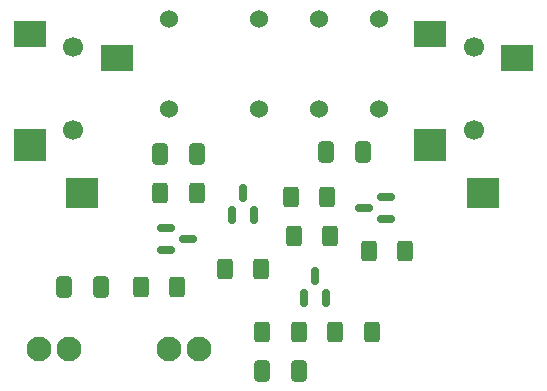
<source format=gts>
G04 #@! TF.GenerationSoftware,KiCad,Pcbnew,6.0.9-8da3e8f707~116~ubuntu20.04.1*
G04 #@! TF.CreationDate,2022-11-10T07:20:07-05:00*
G04 #@! TF.ProjectId,audiomute,61756469-6f6d-4757-9465-2e6b69636164,rev?*
G04 #@! TF.SameCoordinates,Original*
G04 #@! TF.FileFunction,Soldermask,Top*
G04 #@! TF.FilePolarity,Negative*
%FSLAX46Y46*%
G04 Gerber Fmt 4.6, Leading zero omitted, Abs format (unit mm)*
G04 Created by KiCad (PCBNEW 6.0.9-8da3e8f707~116~ubuntu20.04.1) date 2022-11-10 07:20:07*
%MOMM*%
%LPD*%
G01*
G04 APERTURE LIST*
G04 Aperture macros list*
%AMRoundRect*
0 Rectangle with rounded corners*
0 $1 Rounding radius*
0 $2 $3 $4 $5 $6 $7 $8 $9 X,Y pos of 4 corners*
0 Add a 4 corners polygon primitive as box body*
4,1,4,$2,$3,$4,$5,$6,$7,$8,$9,$2,$3,0*
0 Add four circle primitives for the rounded corners*
1,1,$1+$1,$2,$3*
1,1,$1+$1,$4,$5*
1,1,$1+$1,$6,$7*
1,1,$1+$1,$8,$9*
0 Add four rect primitives between the rounded corners*
20,1,$1+$1,$2,$3,$4,$5,0*
20,1,$1+$1,$4,$5,$6,$7,0*
20,1,$1+$1,$6,$7,$8,$9,0*
20,1,$1+$1,$8,$9,$2,$3,0*%
G04 Aperture macros list end*
%ADD10C,1.700000*%
%ADD11R,2.800000X2.200000*%
%ADD12R,2.800000X2.800000*%
%ADD13R,2.800000X2.600000*%
%ADD14RoundRect,0.250000X-0.400000X-0.625000X0.400000X-0.625000X0.400000X0.625000X-0.400000X0.625000X0*%
%ADD15RoundRect,0.150000X0.150000X-0.587500X0.150000X0.587500X-0.150000X0.587500X-0.150000X-0.587500X0*%
%ADD16RoundRect,0.250000X0.412500X0.650000X-0.412500X0.650000X-0.412500X-0.650000X0.412500X-0.650000X0*%
%ADD17C,2.100000*%
%ADD18RoundRect,0.250000X-0.412500X-0.650000X0.412500X-0.650000X0.412500X0.650000X-0.412500X0.650000X0*%
%ADD19C,1.524000*%
%ADD20RoundRect,0.150000X-0.587500X-0.150000X0.587500X-0.150000X0.587500X0.150000X-0.587500X0.150000X0*%
%ADD21RoundRect,0.150000X0.587500X0.150000X-0.587500X0.150000X-0.587500X-0.150000X0.587500X-0.150000X0*%
%ADD22RoundRect,0.250000X0.400000X0.625000X-0.400000X0.625000X-0.400000X-0.625000X0.400000X-0.625000X0*%
G04 APERTURE END LIST*
D10*
X90297000Y-77109500D03*
X90297000Y-84109500D03*
D11*
X86597000Y-76009500D03*
D12*
X86597000Y-85409500D03*
D11*
X93997000Y-78009500D03*
D13*
X91047000Y-89409500D03*
D10*
X124206000Y-77109500D03*
X124206000Y-84109500D03*
D11*
X120506000Y-76009500D03*
D12*
X120506000Y-85409500D03*
D11*
X127906000Y-78009500D03*
D13*
X124956000Y-89409500D03*
D14*
X112496000Y-101219000D03*
X115596000Y-101219000D03*
D15*
X109794000Y-98346500D03*
X111694000Y-98346500D03*
X110744000Y-96471500D03*
X103698000Y-91310700D03*
X105598000Y-91310700D03*
X104648000Y-89435700D03*
D16*
X109385500Y-104521000D03*
X106260500Y-104521000D03*
D17*
X100941000Y-102616000D03*
X98441000Y-102616000D03*
D14*
X108694760Y-89806240D03*
X111794760Y-89806240D03*
D16*
X100749500Y-86106000D03*
X97624500Y-86106000D03*
D18*
X89505260Y-97426240D03*
X92630260Y-97426240D03*
D14*
X95994760Y-97426240D03*
X99094760Y-97426240D03*
X97645760Y-89425240D03*
X100745760Y-89425240D03*
D19*
X98374000Y-82296000D03*
X105994000Y-82296000D03*
X111074000Y-82296000D03*
X116154000Y-82296000D03*
X116154000Y-74676000D03*
X111074000Y-74676000D03*
X105994000Y-74676000D03*
X98374000Y-74676000D03*
D14*
X115298760Y-94378240D03*
X118398760Y-94378240D03*
X103106760Y-95902240D03*
X106206760Y-95902240D03*
D20*
X98131260Y-92412240D03*
X98131260Y-94312240D03*
X100006260Y-93362240D03*
D14*
X106273000Y-101219000D03*
X109373000Y-101219000D03*
D21*
X116770260Y-91645240D03*
X116770260Y-89745240D03*
X114895260Y-90695240D03*
D17*
X89916000Y-102616000D03*
X87416000Y-102616000D03*
D18*
X111721500Y-85979000D03*
X114846500Y-85979000D03*
D22*
X112048760Y-93108240D03*
X108948760Y-93108240D03*
M02*

</source>
